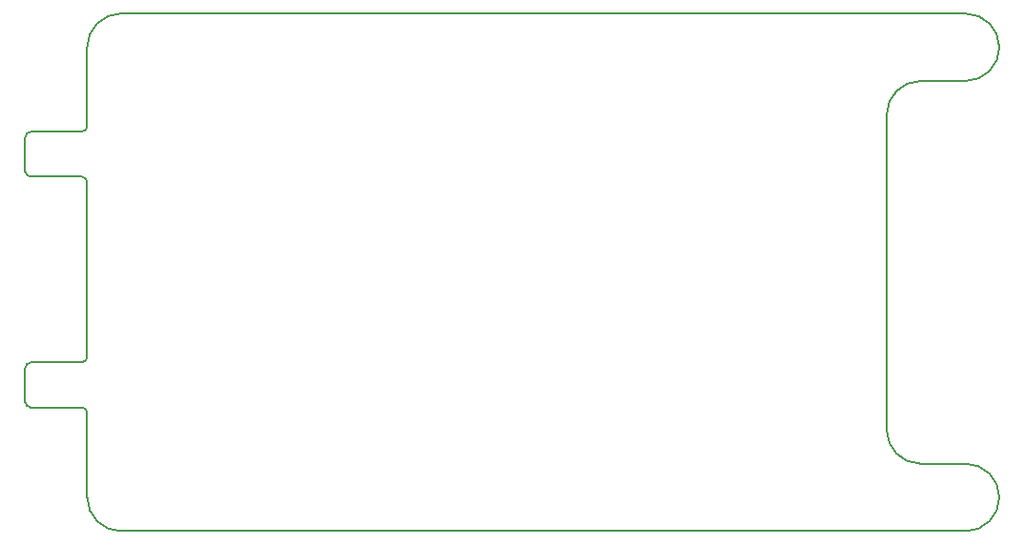
<source format=gbr>
G04 #@! TF.GenerationSoftware,KiCad,Pcbnew,5.1.8-db9833491~87~ubuntu20.04.1*
G04 #@! TF.CreationDate,2020-11-19T10:24:25+01:00*
G04 #@! TF.ProjectId,malory,6d616c6f-7279-42e6-9b69-6361645f7063,v1.0*
G04 #@! TF.SameCoordinates,Original*
G04 #@! TF.FileFunction,Profile,NP*
%FSLAX46Y46*%
G04 Gerber Fmt 4.6, Leading zero omitted, Abs format (unit mm)*
G04 Created by KiCad (PCBNEW 5.1.8-db9833491~87~ubuntu20.04.1) date 2020-11-19 10:24:25*
%MOMM*%
%LPD*%
G01*
G04 APERTURE LIST*
G04 #@! TA.AperFunction,Profile*
%ADD10C,0.150000*%
G04 #@! TD*
G04 APERTURE END LIST*
D10*
X183500000Y-85500000D02*
X187500000Y-85500000D01*
X180500000Y-88500000D02*
G75*
G02*
X183500000Y-85500000I3000000J0D01*
G01*
X190500000Y-82500000D02*
G75*
G02*
X187500000Y-85500000I-3000000J0D01*
G01*
X183500000Y-119500000D02*
X187500000Y-119500000D01*
X183500000Y-119500000D02*
G75*
G02*
X180500000Y-116500000I0J3000000D01*
G01*
X187500000Y-119500000D02*
G75*
G02*
X190500000Y-122500000I0J-3000000D01*
G01*
X109500000Y-115000000D02*
X109500000Y-122500000D01*
X109500000Y-94500000D02*
X109500000Y-110000000D01*
X104000000Y-111000000D02*
G75*
G02*
X104500000Y-110500000I500000J0D01*
G01*
X109000000Y-114500000D02*
G75*
G02*
X109500000Y-115000000I0J-500000D01*
G01*
X104000000Y-111000000D02*
X104000000Y-114000000D01*
X109500000Y-110000000D02*
G75*
G02*
X109000000Y-110500000I-500000J0D01*
G01*
X109000000Y-110500000D02*
X104500000Y-110500000D01*
X104500000Y-114500000D02*
X109000000Y-114500000D01*
X104500000Y-114500000D02*
G75*
G02*
X104000000Y-114000000I0J500000D01*
G01*
X109500000Y-82500000D02*
X109500000Y-89500000D01*
X109000000Y-94000000D02*
G75*
G02*
X109500000Y-94500000I0J-500000D01*
G01*
X104500000Y-94000000D02*
G75*
G02*
X104000000Y-93500000I0J500000D01*
G01*
X104000000Y-90500000D02*
G75*
G02*
X104500000Y-90000000I500000J0D01*
G01*
X109500000Y-89500000D02*
G75*
G02*
X109000000Y-90000000I-500000J0D01*
G01*
X104500000Y-94000000D02*
X109000000Y-94000000D01*
X104000000Y-90500000D02*
X104000000Y-93500000D01*
X109000000Y-90000000D02*
X104500000Y-90000000D01*
X190500000Y-122500000D02*
G75*
G02*
X187500000Y-125500000I-3000000J0D01*
G01*
X187500000Y-79500000D02*
G75*
G02*
X190500000Y-82500000I0J-3000000D01*
G01*
X112500000Y-125500000D02*
G75*
G02*
X109500000Y-122500000I0J3000000D01*
G01*
X109500000Y-82500000D02*
G75*
G02*
X112500000Y-79500000I3000000J0D01*
G01*
X187500000Y-125500000D02*
X112500000Y-125500000D01*
X180500000Y-88500000D02*
X180500000Y-116500000D01*
X112500000Y-79500000D02*
X187500000Y-79500000D01*
M02*

</source>
